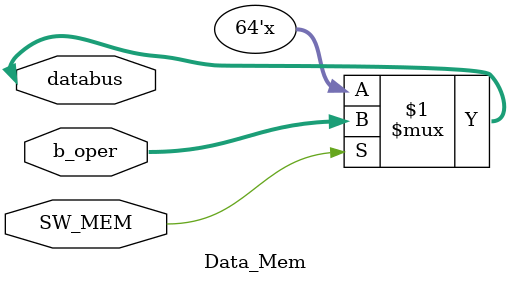
<source format=v>
`timescale 1ns / 1ps


module Data_Mem(b_oper, databus, SW_MEM);
    inout[63:0] databus;
    input[63:0] b_oper;
    input SW_MEM;
    
    assign databus = SW_MEM ?  b_oper : 64'bz;
    
endmodule

</source>
